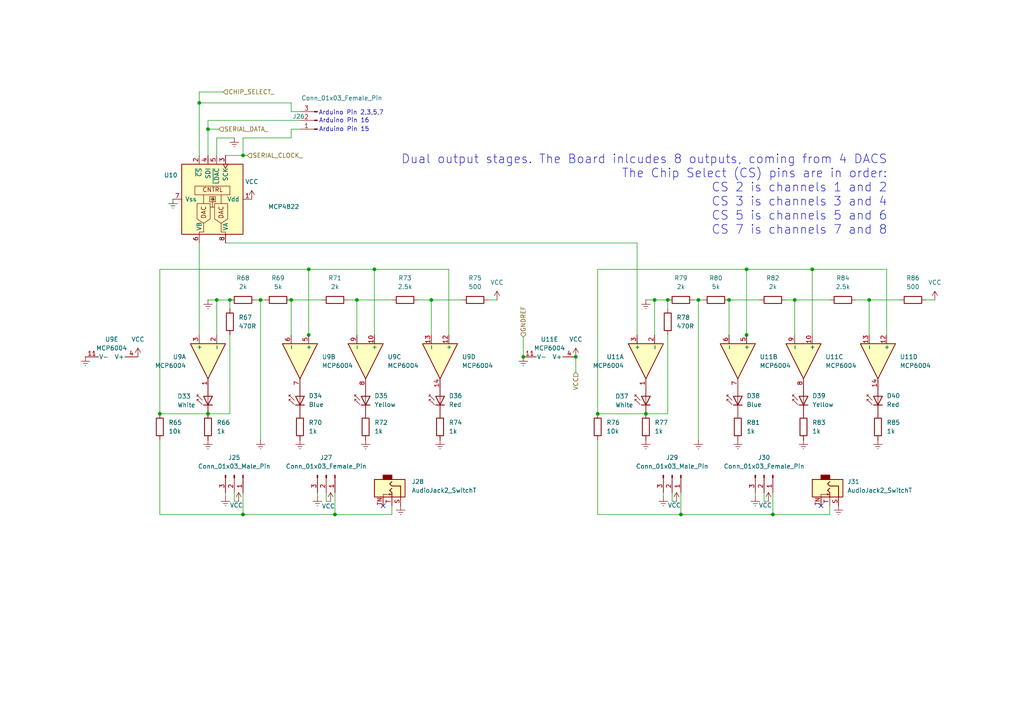
<source format=kicad_sch>
(kicad_sch (version 20231120) (generator "eeschema") (generator_version "8.0")
  (paper "A4")
  (lib_symbols
    (symbol "Amplifier_Operational:MCP6004" (pin_names (offset 0.127))
      (property "Reference" "U" (at 0 5.08 0))
      (property "Value" "MCP6004" (at 0 -5.08 0))
      (symbol "MCP6004_1_1"
        (pin output line (at 7.62 0 180) (length 2.54) (name "~") (number "1"))
        (pin input line (at -7.62 -2.54 0) (length 2.54) (name "-") (number "2"))
        (pin input line (at -7.62 2.54 0) (length 2.54) (name "+") (number "3"))
      )
      (symbol "MCP6004_2_1"
        (pin input line (at -7.62 2.54 0) (length 2.54) (name "+") (number "5"))
        (pin input line (at -7.62 -2.54 0) (length 2.54) (name "-") (number "6"))
        (pin output line (at 7.62 0 180) (length 2.54) (name "~") (number "7"))
      )
      (symbol "MCP6004_3_1"
        (pin input line (at -7.62 2.54 0) (length 2.54) (name "+") (number "10"))
        (pin output line (at 7.62 0 180) (length 2.54) (name "~") (number "8"))
        (pin input line (at -7.62 -2.54 0) (length 2.54) (name "-") (number "9"))
      )
      (symbol "MCP6004_4_1"
        (pin input line (at -7.62 2.54 0) (length 2.54) (name "+") (number "12"))
        (pin input line (at -7.62 -2.54 0) (length 2.54) (name "-") (number "13"))
        (pin output line (at 7.62 0 180) (length 2.54) (name "~") (number "14"))
      )
      (symbol "MCP6004_5_1"
        (pin power_in line (at -2.54 -7.62 90) (length 3.81) (name "V-") (number "11"))
        (pin power_in line (at -2.54 7.62 270) (length 3.81) (name "V+") (number "4"))
      )
    )
    (symbol "Analog_DAC:MCP4822" (pin_names (offset 1.016))
      (property "Reference" "U" (at -2.54 10.795 0))
      (property "Value" "MCP4822" (at -2.54 8.89 0))
      (symbol "MCP4822_0_0"
        (text "CNTRL" (at -2.032 -4.191 900) (effects (font (size 1.27 1.27)) (justify left bottom)))
        (text "DAC" (at 3.81 -3.81 0) (effects (font (size 1.27 1.27))))
        (text "DAC" (at 3.81 1.27 0) (effects (font (size 1.27 1.27))))
      )
      (symbol "MCP4822_1_1"
        (pin power_in line (at 0 10.16 270) (length 2.54) (name "Vdd") (number "1"))
        (pin input line (at -12.7 -5.08 0) (length 2.54) (name "~{CS}") (number "2"))
        (pin input clock (at -12.7 2.54 0) (length 2.54) (name "SCK") (number "3"))
        (pin input line (at -12.7 -2.54 0) (length 2.54) (name "SDI") (number "4"))
        (pin input line (at -12.7 0 0) (length 2.54) (name "~{LDAC}") (number "5"))
        (pin output line (at 12.7 -5.08 180) (length 2.54) (name "VB") (number "6"))
        (pin power_in line (at 0 -12.7 90) (length 2.54) (name "Vss") (number "7"))
        (pin output line (at 12.7 2.54 180) (length 2.54) (name "VA") (number "8"))
      )
    )
    (symbol "Connector:Conn_01x03_Pin" (pin_names (offset 1.016) hide)
      (property "Reference" "J" (at 0 5.08 0))
      (property "Value" "Conn_01x03_Pin" (at 0 -5.08 0))
      (symbol "Conn_01x03_Pin_1_1"
        (pin passive line (at 5.08 2.54 180) (length 3.81) (name "Pin_1") (number "1"))
        (pin passive line (at 5.08 0 180) (length 3.81) (name "Pin_2") (number "2"))
        (pin passive line (at 5.08 -2.54 180) (length 3.81) (name "Pin_3") (number "3"))
      )
    )
    (symbol "Connector_Audio:AudioJack2_SwitchT"
      (property "Reference" "J" (at 0 8.89 0))
      (property "Value" "AudioJack2_SwitchT" (at 0 6.35 0))
      (symbol "AudioJack2_SwitchT_1_1"
        (pin passive line (at 5.08 2.54 180) (length 2.54) (name "~") (number "S"))
        (pin passive line (at 5.08 0 180) (length 2.54) (name "~") (number "T"))
        (pin passive line (at 5.08 -2.54 180) (length 2.54) (name "~") (number "TN"))
      )
    )
    (symbol "Device:R" (pin_numbers hide) (pin_names (offset 0))
      (property "Reference" "R" (at 2.032 0 90))
      (property "Value" "R" (at 0 0 90))
      (symbol "R_1_1"
        (pin passive line (at 0 3.81 270) (length 1.27) (name "~") (number "1"))
        (pin passive line (at 0 -3.81 90) (length 1.27) (name "~") (number "2"))
      )
    )
    (symbol "LED:IRL81A" (pin_numbers hide) (pin_names (offset 1.016) hide)
      (property "Reference" "D" (at 0.508 1.778 0))
      (property "Value" "IRL81A" (at -1.016 -2.794 0))
      (symbol "IRL81A_1_1"
        (pin passive line (at -5.08 0 0) (length 2.54) (name "K") (number "1"))
        (pin passive line (at 2.54 0 180) (length 2.54) (name "A") (number "2"))
      )
    )
    (symbol "power:GNDREF" (power) (pin_numbers hide) (pin_names (offset 0) hide)
      (property "Value" "GNDREF" (at 0 -3.81 0))
      (symbol "GNDREF_1_1"
        (pin power_in line (at 0 0 270) (length 0) (name "~") (number "1"))
      )
    )
    (symbol "power:VCC" (power) (pin_numbers hide) (pin_names (offset 0) hide)
      (property "Value" "VCC" (at 0 3.556 0))
      (symbol "VCC_1_1"
        (pin power_in line (at 0 0 90) (length 0) (name "~") (number "1"))
      )
    )
  )
  (junction (at 187.325 120.015))
  (junction (at 202.565 86.995))
  (junction (at 62.865 86.995))
  (junction (at 167.005 103.505))
  (junction (at 66.675 86.995))
  (junction (at 216.535 97.155))
  (junction (at 211.455 86.995))
  (junction (at 189.865 86.995))
  (junction (at 252.095 86.995))
  (junction (at 216.535 78.105))
  (junction (at 60.325 120.015))
  (junction (at 75.565 86.995))
  (junction (at 173.355 120.015))
  (junction (at 197.485 149.225))
  (junction (at 103.505 86.995))
  (junction (at 89.535 97.155))
  (junction (at 70.485 149.225))
  (junction (at 84.455 86.995))
  (junction (at 70.485 45.085))
  (junction (at 235.585 78.105))
  (junction (at 97.155 149.225))
  (junction (at 89.535 78.105))
  (junction (at 125.095 86.995))
  (junction (at 57.785 29.845))
  (junction (at 224.155 149.225))
  (junction (at 108.585 78.105))
  (junction (at 151.765 103.505))
  (junction (at 60.325 37.465))
  (junction (at 193.675 86.995))
  (junction (at 230.505 86.995))
  (junction (at 46.355 120.015))
  (no_connect (at 111.125 146.685))
  (no_connect (at 238.125 146.685))
  (wire (pts (xy 84.455 37.465) (xy 86.995 37.465)))
  (wire (pts (xy 187.325 86.995) (xy 189.865 86.995)))
  (wire (pts (xy 95.885 145.415) (xy 94.615 145.415)))
  (wire (pts (xy 201.295 86.995) (xy 202.565 86.995)))
  (wire (pts (xy 187.325 120.015) (xy 193.675 120.015)))
  (wire (pts (xy 130.175 78.105) (xy 130.175 97.155)))
  (wire (pts (xy 65.405 45.085) (xy 70.485 45.085)))
  (wire (pts (xy 189.865 86.995) (xy 193.675 86.995)))
  (wire (pts (xy 62.865 86.995) (xy 66.675 86.995)))
  (wire (pts (xy 224.155 149.225) (xy 240.665 149.225)))
  (wire (pts (xy 108.585 78.105) (xy 130.175 78.105)))
  (wire (pts (xy 230.505 86.995) (xy 240.665 86.995)))
  (wire (pts (xy 173.355 78.105) (xy 216.535 78.105)))
  (wire (pts (xy 57.785 26.67) (xy 64.77 26.67)))
  (wire (pts (xy 66.675 97.155) (xy 66.675 120.015)))
  (wire (pts (xy 216.535 97.155) (xy 216.535 98.425)))
  (wire (pts (xy 75.565 86.995) (xy 76.835 86.995)))
  (wire (pts (xy 235.585 78.105) (xy 235.585 97.155)))
  (wire (pts (xy 75.565 86.995) (xy 75.565 127.635)))
  (wire (pts (xy 60.325 45.085) (xy 60.325 37.465)))
  (wire (pts (xy 74.295 86.995) (xy 75.565 86.995)))
  (wire (pts (xy 62.865 45.085) (xy 62.865 40.005)))
  (wire (pts (xy 70.485 45.085) (xy 71.755 45.085)))
  (wire (pts (xy 173.355 149.225) (xy 197.485 149.225)))
  (wire (pts (xy 84.455 86.995) (xy 84.455 97.155)))
  (wire (pts (xy 216.535 78.105) (xy 235.585 78.105)))
  (wire (pts (xy 57.785 45.085) (xy 57.785 29.845)))
  (wire (pts (xy 70.485 40.005) (xy 84.455 40.005)))
  (wire (pts (xy 46.355 149.225) (xy 70.485 149.225)))
  (wire (pts (xy 184.785 70.485) (xy 184.785 97.155)))
  (wire (pts (xy 221.615 142.875) (xy 221.615 145.415)))
  (wire (pts (xy 151.765 97.79) (xy 151.765 103.505)))
  (wire (pts (xy 227.965 86.995) (xy 230.505 86.995)))
  (wire (pts (xy 97.155 149.225) (xy 113.665 149.225)))
  (wire (pts (xy 84.455 32.385) (xy 86.995 32.385)))
  (wire (pts (xy 89.535 78.105) (xy 108.585 78.105)))
  (wire (pts (xy 46.355 120.015) (xy 60.325 120.015)))
  (wire (pts (xy 240.665 149.225) (xy 240.665 146.685)))
  (wire (pts (xy 65.405 70.485) (xy 184.785 70.485)))
  (wire (pts (xy 194.945 142.875) (xy 194.945 145.415)))
  (wire (pts (xy 60.325 37.465) (xy 60.325 34.925)))
  (wire (pts (xy 173.355 120.015) (xy 187.325 120.015)))
  (wire (pts (xy 193.675 86.995) (xy 193.675 89.535)))
  (wire (pts (xy 121.285 86.995) (xy 125.095 86.995)))
  (wire (pts (xy 62.865 86.995) (xy 62.865 97.155)))
  (wire (pts (xy 69.215 145.415) (xy 67.945 145.415)))
  (wire (pts (xy 235.585 78.105) (xy 257.175 78.105)))
  (wire (pts (xy 192.405 142.875) (xy 192.405 144.145)))
  (wire (pts (xy 46.355 127.635) (xy 46.355 149.225)))
  (wire (pts (xy 144.145 86.995) (xy 141.605 86.995)))
  (wire (pts (xy 57.785 29.845) (xy 57.785 26.67)))
  (wire (pts (xy 196.215 145.415) (xy 194.945 145.415)))
  (wire (pts (xy 216.535 78.105) (xy 216.535 97.155)))
  (wire (pts (xy 57.785 29.845) (xy 84.455 29.845)))
  (wire (pts (xy 60.325 120.015) (xy 66.675 120.015)))
  (wire (pts (xy 70.485 149.225) (xy 97.155 149.225)))
  (wire (pts (xy 113.665 149.225) (xy 113.665 146.685)))
  (wire (pts (xy 197.485 142.875) (xy 197.485 149.225)))
  (wire (pts (xy 103.505 86.995) (xy 103.505 97.155)))
  (wire (pts (xy 62.865 40.005) (xy 67.945 40.005)))
  (wire (pts (xy 97.155 142.875) (xy 97.155 149.225)))
  (wire (pts (xy 84.455 40.005) (xy 84.455 37.465)))
  (wire (pts (xy 66.675 86.995) (xy 66.675 89.535)))
  (wire (pts (xy 67.945 142.875) (xy 67.945 145.415)))
  (wire (pts (xy 219.075 142.875) (xy 219.075 144.145)))
  (wire (pts (xy 224.155 142.875) (xy 224.155 149.225)))
  (wire (pts (xy 197.485 149.225) (xy 224.155 149.225)))
  (wire (pts (xy 84.455 29.845) (xy 84.455 32.385)))
  (wire (pts (xy 211.455 86.995) (xy 220.345 86.995)))
  (wire (pts (xy 103.505 86.995) (xy 113.665 86.995)))
  (wire (pts (xy 211.455 86.995) (xy 211.455 97.155)))
  (wire (pts (xy 133.985 86.995) (xy 125.095 86.995)))
  (wire (pts (xy 65.405 142.875) (xy 65.405 144.145)))
  (wire (pts (xy 257.175 78.105) (xy 257.175 97.155)))
  (wire (pts (xy 57.785 70.485) (xy 57.785 97.155)))
  (wire (pts (xy 189.865 86.995) (xy 189.865 97.155)))
  (wire (pts (xy 60.325 86.995) (xy 62.865 86.995)))
  (wire (pts (xy 70.485 142.875) (xy 70.485 149.225)))
  (wire (pts (xy 60.325 37.465) (xy 63.5 37.465)))
  (wire (pts (xy 100.965 86.995) (xy 103.505 86.995)))
  (wire (pts (xy 125.095 86.995) (xy 125.095 97.155)))
  (wire (pts (xy 173.355 127.635) (xy 173.355 149.225)))
  (wire (pts (xy 202.565 86.995) (xy 203.835 86.995)))
  (wire (pts (xy 193.675 97.155) (xy 193.675 120.015)))
  (wire (pts (xy 173.355 78.105) (xy 173.355 120.015)))
  (wire (pts (xy 252.095 86.995) (xy 252.095 97.155)))
  (wire (pts (xy 252.095 86.995) (xy 260.985 86.995)))
  (wire (pts (xy 89.535 78.105) (xy 89.535 97.155)))
  (wire (pts (xy 46.355 78.105) (xy 89.535 78.105)))
  (wire (pts (xy 167.005 103.505) (xy 167.005 107.95)))
  (wire (pts (xy 230.505 86.995) (xy 230.505 97.155)))
  (wire (pts (xy 94.615 142.875) (xy 94.615 145.415)))
  (wire (pts (xy 84.455 86.995) (xy 93.345 86.995)))
  (wire (pts (xy 92.075 142.875) (xy 92.075 144.145)))
  (wire (pts (xy 60.325 34.925) (xy 86.995 34.925)))
  (wire (pts (xy 222.885 145.415) (xy 221.615 145.415)))
  (wire (pts (xy 202.565 86.995) (xy 202.565 127.635)))
  (wire (pts (xy 70.485 45.085) (xy 70.485 40.005)))
  (wire (pts (xy 89.535 97.155) (xy 89.535 98.425)))
  (wire (pts (xy 108.585 78.105) (xy 108.585 97.155)))
  (wire (pts (xy 46.355 78.105) (xy 46.355 120.015)))
  (wire (pts (xy 271.145 86.995) (xy 268.605 86.995)))
  (wire (pts (xy 248.285 86.995) (xy 252.095 86.995)))
  (text "Arduino Pin 2,3,5,7" (at 101.854 32.766 0) (effects (font (size 1.27 1.27))))
  (text "Dual output stages. The Board inlcudes 8 outputs, coming from 4 DACS\nThe Chip Select (CS) pins are in order:\nCS 2 is channels 1 and 2\nCS 3 is channels 3 and 4\nCS 5 is channels 5 and 6\nCS 7 is channels 7 and 8" (at 257.429 56.515 0) (effects (font (size 2.54 2.54)) (justify right)))
  (text "Arduino Pin 16" (at 99.822 35.052 0) (effects (font (size 1.27 1.27))))
  (text "Arduino Pin 15" (at 99.822 37.592 0) (effects (font (size 1.27 1.27))))
  (hierarchical_label "SERIAL_CLOCK_" (shape input) (at 71.755 45.085 0))
  (hierarchical_label "CHIP_SELECT_" (shape input) (at 64.77 26.67 0))
  (hierarchical_label "VCC" (shape input) (at 167.005 107.95 270))
  (hierarchical_label "GNDREF" (shape input) (at 151.765 97.79 90))
  (hierarchical_label "SERIAL_DATA_" (shape input) (at 63.5 37.465 0))
  (symbol (lib_id "power:GNDREF") (at 233.045 127.635 0) (unit 1)
    (property "Reference" "#PWR0140" (effects (hide yes)))
    (property "Value" "GNDREF" (effects (hide yes)))
    (property "Description" "Power symbol creates a global label with name \"GNDREF\" , reference supply ground" (effects (hide yes)))
    (instances (project "Oblque Easel Full Circuit" (path "" (reference "#PWR0140") (unit 1)) (path "" (reference "#PWR0201") (unit 1)) (path "" (reference "#PWR0232") (unit 1)) (path "" (reference "#PWR0263") (unit 1))))
  )
  (symbol (lib_id "Device:R") (at 80.645 86.995 90) (unit 1)
    (property "Reference" "R69" (at 80.645 80.645 90))
    (property "Value" "5k" (at 80.645 83.185 90))
    (property "Footprint" "Resistor_THT:R_Axial_DIN0207_L6.3mm_D2.5mm_P2.54mm_Vertical" (effects (hide yes)))
    (property "Description" "Resistor" (effects (hide yes)))
    (instances (project "Oblque Easel Full Circuit" (path "" (reference "R69") (unit 1)) (path "" (reference "R91") (unit 1)) (path "" (reference "R113") (unit 1)) (path "" (reference "R135") (unit 1))))
  )
  (symbol (lib_id "Connector:Conn_01x03_Pin") (at 221.615 137.795 270) (unit 1)
    (property "Reference" "J30" (at 221.615 132.715 90))
    (property "Value" "Conn_01x03_Female_Pin" (at 221.615 135.255 90))
    (property "Footprint" "Connector_PinSocket_2.54mm:PinSocket_1x03_P2.54mm_Vertical" (effects (hide yes)))
    (property "Description" "Generic connector, single row, 01x03, script generated" (effects (hide yes)))
    (instances (project "Oblque Easel Full Circuit" (path "" (reference "J30") (unit 1)) (path "" (reference "J37") (unit 1)) (path "" (reference "J44") (unit 1)) (path "" (reference "J51") (unit 1))))
  )
  (symbol (lib_id "Connector:Conn_01x03_Pin") (at 92.075 34.925 180) (unit 1)
    (property "Reference" "J26" (at 84.836 33.782 0) (effects (justify right)))
    (property "Value" "Conn_01x03_Female_Pin" (at 87.376 28.448 0) (effects (justify right)))
    (property "Footprint" "Connector_PinSocket_2.54mm:PinSocket_1x03_P2.54mm_Vertical" (effects (hide yes)))
    (property "Description" "Generic connector, single row, 01x03, script generated" (effects (hide yes)))
    (instances (project "Oblque Easel Full Circuit" (path "" (reference "J26") (unit 1)) (path "" (reference "J33") (unit 1)) (path "" (reference "J40") (unit 1)) (path "" (reference "J47") (unit 1))))
  )
  (symbol (lib_id "LED:IRL81A") (at 233.045 114.935 90) (unit 1)
    (property "Reference" "D39" (at 235.585 114.8079 90) (effects (justify right)))
    (property "Value" "Yellow" (at 235.585 117.3479 90) (effects (justify right)))
    (property "Footprint" "LED_THT:LED_SideEmitter_Rectangular_W4.5mm_H1.6mm" (effects (hide yes)))
    (property "Datasheet" "http://www.osram-os.com/Graphics/XPic0/00203825_0.pdf" (effects (hide yes)))
    (property "Description" "850nm High Power Infrared Emitter, Side-Emitter package" (effects (hide yes)))
    (instances (project "Oblque Easel Full Circuit" (path "" (reference "D39") (unit 1)) (path "" (reference "D47") (unit 1)) (path "" (reference "D55") (unit 1)) (path "" (reference "D63") (unit 1))))
  )
  (symbol (lib_id "power:GNDREF") (at 75.565 127.635 0) (unit 1)
    (property "Reference" "#PWR0122" (effects (hide yes)))
    (property "Value" "GNDREF" (effects (hide yes)))
    (property "Description" "Power symbol creates a global label with name \"GNDREF\" , reference supply ground" (effects (hide yes)))
    (instances (project "Oblque Easel Full Circuit" (path "" (reference "#PWR0122") (unit 1)) (path "" (reference "#PWR0183") (unit 1)) (path "" (reference "#PWR0214") (unit 1)) (path "" (reference "#PWR0245") (unit 1))))
  )
  (symbol (lib_id "Device:R") (at 46.355 123.825 0) (unit 1)
    (property "Reference" "R65" (at 48.895 122.5549 0) (effects (justify left)))
    (property "Value" "10k" (at 48.895 125.0949 0) (effects (justify left)))
    (property "Footprint" "Resistor_THT:R_Axial_DIN0207_L6.3mm_D2.5mm_P2.54mm_Vertical" (effects (hide yes)))
    (property "Description" "Resistor" (effects (hide yes)))
    (instances (project "Oblque Easel Full Circuit" (path "" (reference "R65") (unit 1)) (path "" (reference "R87") (unit 1)) (path "" (reference "R109") (unit 1)) (path "" (reference "R131") (unit 1))))
  )
  (symbol (lib_id "Connector:Conn_01x03_Pin") (at 94.615 137.795 270) (unit 1)
    (property "Reference" "J27" (at 94.615 132.715 90))
    (property "Value" "Conn_01x03_Female_Pin" (at 94.615 135.255 90))
    (property "Footprint" "Connector_PinSocket_2.54mm:PinSocket_1x03_P2.54mm_Vertical" (effects (hide yes)))
    (property "Description" "Generic connector, single row, 01x03, script generated" (effects (hide yes)))
    (instances (project "Oblque Easel Full Circuit" (path "" (reference "J27") (unit 1)) (path "" (reference "J34") (unit 1)) (path "" (reference "J41") (unit 1)) (path "" (reference "J48") (unit 1))))
  )
  (symbol (lib_id "Amplifier_Operational:MCP6004") (at 60.325 104.775 90) (mirror x) (unit 1)
    (property "Reference" "U9" (at 53.975 103.5049 90) (effects (justify left)))
    (property "Value" "MCP6004" (at 53.975 106.0449 90) (effects (justify left)))
    (property "Footprint" "Package_DIP:DIP-14_W7.62mm_Socket_LongPads" (effects (hide yes)))
    (property "Datasheet" "http://ww1.microchip.com/downloads/en/DeviceDoc/21733j.pdf" (effects (hide yes)))
    (property "Description" "1MHz, Low-Power Op Amp, DIP-14/SOIC-14/TSSOP-14" (effects (hide yes)))
    (instances (project "Oblque Easel Full Circuit" (path "" (reference "U9") (unit 1)) (path "" (reference "U13") (unit 1)) (path "" (reference "U16") (unit 1)) (path "" (reference "U19") (unit 1))))
  )
  (symbol (lib_id "power:GNDREF") (at 192.405 144.145 0) (unit 1)
    (property "Reference" "#PWR0134" (effects (hide yes)))
    (property "Value" "GNDREF" (effects (hide yes)))
    (property "Description" "Power symbol creates a global label with name \"GNDREF\" , reference supply ground" (effects (hide yes)))
    (instances (project "Oblque Easel Full Circuit" (path "" (reference "#PWR0134") (unit 1)) (path "" (reference "#PWR0195") (unit 1)) (path "" (reference "#PWR0226") (unit 1)) (path "" (reference "#PWR0257") (unit 1))))
  )
  (symbol (lib_id "power:GNDREF") (at 254.635 127.635 0) (unit 1)
    (property "Reference" "#PWR0142" (effects (hide yes)))
    (property "Value" "GNDREF" (effects (hide yes)))
    (property "Description" "Power symbol creates a global label with name \"GNDREF\" , reference supply ground" (effects (hide yes)))
    (instances (project "Oblque Easel Full Circuit" (path "" (reference "#PWR0142") (unit 1)) (path "" (reference "#PWR0203") (unit 1)) (path "" (reference "#PWR0234") (unit 1)) (path "" (reference "#PWR0265") (unit 1))))
  )
  (symbol (lib_id "LED:IRL81A") (at 86.995 114.935 90) (unit 1)
    (property "Reference" "D34" (at 89.535 114.8079 90) (effects (justify right)))
    (property "Value" "Blue" (at 89.535 117.3479 90) (effects (justify right)))
    (property "Footprint" "LED_THT:LED_SideEmitter_Rectangular_W4.5mm_H1.6mm" (effects (hide yes)))
    (property "Datasheet" "http://www.osram-os.com/Graphics/XPic0/00203825_0.pdf" (effects (hide yes)))
    (property "Description" "850nm High Power Infrared Emitter, Side-Emitter package" (effects (hide yes)))
    (instances (project "Oblque Easel Full Circuit" (path "" (reference "D34") (unit 1)) (path "" (reference "D42") (unit 1)) (path "" (reference "D50") (unit 1)) (path "" (reference "D58") (unit 1))))
  )
  (symbol (lib_id "Device:R") (at 117.475 86.995 90) (unit 1)
    (property "Reference" "R73" (at 117.475 80.645 90))
    (property "Value" "2.5k" (at 117.475 83.185 90))
    (property "Footprint" "Resistor_THT:R_Axial_DIN0207_L6.3mm_D2.5mm_P2.54mm_Vertical" (effects (hide yes)))
    (property "Description" "Resistor" (effects (hide yes)))
    (instances (project "Oblque Easel Full Circuit" (path "" (reference "R73") (unit 1)) (path "" (reference "R95") (unit 1)) (path "" (reference "R117") (unit 1)) (path "" (reference "R139") (unit 1))))
  )
  (symbol (lib_id "power:GNDREF") (at 243.205 146.685 0) (unit 1)
    (property "Reference" "#PWR0141" (effects (hide yes)))
    (property "Value" "GNDREF" (effects (hide yes)))
    (property "Description" "Power symbol creates a global label with name \"GNDREF\" , reference supply ground" (effects (hide yes)))
    (instances (project "Oblque Easel Full Circuit" (path "" (reference "#PWR0141") (unit 1)) (path "" (reference "#PWR0202") (unit 1)) (path "" (reference "#PWR0233") (unit 1)) (path "" (reference "#PWR0264") (unit 1))))
  )
  (symbol (lib_id "Device:R") (at 127.635 123.825 0) (unit 1)
    (property "Reference" "R74" (at 130.175 122.5549 0) (effects (justify left)))
    (property "Value" "1k" (at 130.175 125.0949 0) (effects (justify left)))
    (property "Footprint" "Resistor_THT:R_Axial_DIN0207_L6.3mm_D2.5mm_P2.54mm_Vertical" (effects (hide yes)))
    (property "Description" "Resistor" (effects (hide yes)))
    (instances (project "Oblque Easel Full Circuit" (path "" (reference "R74") (unit 1)) (path "" (reference "R96") (unit 1)) (path "" (reference "R118") (unit 1)) (path "" (reference "R140") (unit 1))))
  )
  (symbol (lib_id "power:VCC") (at 222.885 145.415 0) (unit 1)
    (property "Reference" "#PWR0139" (effects (hide yes)))
    (property "Value" "VCC" (at 221.996 146.558 0))
    (property "Description" "Power symbol creates a global label with name \"VCC\"" (effects (hide yes)))
    (instances (project "Oblque Easel Full Circuit" (path "" (reference "#PWR0139") (unit 1)) (path "" (reference "#PWR0200") (unit 1)) (path "" (reference "#PWR0231") (unit 1)) (path "" (reference "#PWR0262") (unit 1))))
  )
  (symbol (lib_id "power:GNDREF") (at 151.765 103.505 0) (unit 1)
    (property "Reference" "#PWR0130" (effects (hide yes)))
    (property "Value" "GNDREF" (effects (hide yes)))
    (property "Description" "Power symbol creates a global label with name \"GNDREF\" , reference supply ground" (effects (hide yes)))
    (instances (project "Oblque Easel Full Circuit" (path "" (reference "#PWR0130") (unit 1)) (path "" (reference "#PWR0191") (unit 1)) (path "" (reference "#PWR0222") (unit 1)) (path "" (reference "#PWR0253") (unit 1))))
  )
  (symbol (lib_id "power:GNDREF") (at 65.405 144.145 0) (unit 1)
    (property "Reference" "#PWR0118" (effects (hide yes)))
    (property "Value" "GNDREF" (effects (hide yes)))
    (property "Description" "Power symbol creates a global label with name \"GNDREF\" , reference supply ground" (effects (hide yes)))
    (instances (project "Oblque Easel Full Circuit" (path "" (reference "#PWR0118") (unit 1)) (path "" (reference "#PWR0179") (unit 1)) (path "" (reference "#PWR0210") (unit 1)) (path "" (reference "#PWR0241") (unit 1))))
  )
  (symbol (lib_id "Device:R") (at 207.645 86.995 90) (unit 1)
    (property "Reference" "R80" (at 207.645 80.645 90))
    (property "Value" "5k" (at 207.645 83.185 90))
    (property "Footprint" "Resistor_THT:R_Axial_DIN0207_L6.3mm_D2.5mm_P2.54mm_Vertical" (effects (hide yes)))
    (property "Description" "Resistor" (effects (hide yes)))
    (instances (project "Oblque Easel Full Circuit" (path "" (reference "R80") (unit 1)) (path "" (reference "R102") (unit 1)) (path "" (reference "R124") (unit 1)) (path "" (reference "R146") (unit 1))))
  )
  (symbol (lib_id "LED:IRL81A") (at 254.635 114.935 90) (unit 1)
    (property "Reference" "D40" (at 257.175 114.8079 90) (effects (justify right)))
    (property "Value" "Red" (at 257.175 117.3479 90) (effects (justify right)))
    (property "Footprint" "LED_THT:LED_SideEmitter_Rectangular_W4.5mm_H1.6mm" (effects (hide yes)))
    (property "Datasheet" "http://www.osram-os.com/Graphics/XPic0/00203825_0.pdf" (effects (hide yes)))
    (property "Description" "850nm High Power Infrared Emitter, Side-Emitter package" (effects (hide yes)))
    (instances (project "Oblque Easel Full Circuit" (path "" (reference "D40") (unit 1)) (path "" (reference "D48") (unit 1)) (path "" (reference "D56") (unit 1)) (path "" (reference "D64") (unit 1))))
  )
  (symbol (lib_id "Device:R") (at 173.355 123.825 0) (unit 1)
    (property "Reference" "R76" (at 175.895 122.5549 0) (effects (justify left)))
    (property "Value" "10k" (at 175.895 125.0949 0) (effects (justify left)))
    (property "Footprint" "Resistor_THT:R_Axial_DIN0207_L6.3mm_D2.5mm_P2.54mm_Vertical" (effects (hide yes)))
    (property "Description" "Resistor" (effects (hide yes)))
    (instances (project "Oblque Easel Full Circuit" (path "" (reference "R76") (unit 1)) (path "" (reference "R98") (unit 1)) (path "" (reference "R120") (unit 1)) (path "" (reference "R142") (unit 1))))
  )
  (symbol (lib_id "power:GNDREF") (at 60.325 86.995 0) (unit 1)
    (property "Reference" "#PWR0116" (effects (hide yes)))
    (property "Value" "GNDREF" (effects (hide yes)))
    (property "Description" "Power symbol creates a global label with name \"GNDREF\" , reference supply ground" (effects (hide yes)))
    (instances (project "Oblque Easel Full Circuit" (path "" (reference "#PWR0116") (unit 1)) (path "" (reference "#PWR0177") (unit 1)) (path "" (reference "#PWR0208") (unit 1)) (path "" (reference "#PWR0239") (unit 1))))
  )
  (symbol (lib_id "Amplifier_Operational:MCP6004") (at 106.045 104.775 270) (unit 3)
    (property "Reference" "U9" (at 112.395 103.5049 90) (effects (justify left)))
    (property "Value" "MCP6004" (at 112.395 106.0449 90) (effects (justify left)))
    (property "Footprint" "Package_DIP:DIP-14_W7.62mm_Socket_LongPads" (effects (hide yes)))
    (property "Datasheet" "http://ww1.microchip.com/downloads/en/DeviceDoc/21733j.pdf" (effects (hide yes)))
    (property "Description" "1MHz, Low-Power Op Amp, DIP-14/SOIC-14/TSSOP-14" (effects (hide yes)))
    (instances (project "Oblque Easel Full Circuit" (path "" (reference "U9") (unit 3)) (path "" (reference "U13") (unit 3)) (path "" (reference "U16") (unit 3)) (path "" (reference "U19") (unit 3))))
  )
  (symbol (lib_id "power:VCC") (at 95.885 145.415 0) (unit 1)
    (property "Reference" "#PWR0125" (effects (hide yes)))
    (property "Value" "VCC" (at 95.25 146.812 0))
    (property "Description" "Power symbol creates a global label with name \"VCC\"" (effects (hide yes)))
    (instances (project "Oblque Easel Full Circuit" (path "" (reference "#PWR0125") (unit 1)) (path "" (reference "#PWR0186") (unit 1)) (path "" (reference "#PWR0217") (unit 1)) (path "" (reference "#PWR0248") (unit 1))))
  )
  (symbol (lib_id "power:GNDREF") (at 50.165 57.785 0) (unit 1)
    (property "Reference" "#PWR0115" (effects (hide yes)))
    (property "Value" "GNDREF" (effects (hide yes)))
    (property "Description" "Power symbol creates a global label with name \"GNDREF\" , reference supply ground" (effects (hide yes)))
    (instances (project "Oblque Easel Full Circuit" (path "" (reference "#PWR0115") (unit 1)) (path "" (reference "#PWR0176") (unit 1)) (path "" (reference "#PWR0207") (unit 1)) (path "" (reference "#PWR0238") (unit 1))))
  )
  (symbol (lib_id "Amplifier_Operational:MCP6004") (at 233.045 104.775 270) (unit 3)
    (property "Reference" "U11" (at 239.395 103.5049 90) (effects (justify left)))
    (property "Value" "MCP6004" (at 239.395 106.0449 90) (effects (justify left)))
    (property "Footprint" "Package_DIP:DIP-14_W7.62mm_Socket_LongPads" (effects (hide yes)))
    (property "Datasheet" "http://ww1.microchip.com/downloads/en/DeviceDoc/21733j.pdf" (effects (hide yes)))
    (property "Description" "1MHz, Low-Power Op Amp, DIP-14/SOIC-14/TSSOP-14" (effects (hide yes)))
    (instances (project "Oblque Easel Full Circuit" (path "" (reference "U11") (unit 3)) (path "" (reference "U15") (unit 3)) (path "" (reference "U18") (unit 3)) (path "" (reference "U21") (unit 3))))
  )
  (symbol (lib_id "Device:R") (at 213.995 123.825 0) (unit 1)
    (property "Reference" "R81" (at 216.535 122.5549 0) (effects (justify left)))
    (property "Value" "1k" (at 216.535 125.0949 0) (effects (justify left)))
    (property "Footprint" "Resistor_THT:R_Axial_DIN0207_L6.3mm_D2.5mm_P2.54mm_Vertical" (effects (hide yes)))
    (property "Description" "Resistor" (effects (hide yes)))
    (instances (project "Oblque Easel Full Circuit" (path "" (reference "R81") (unit 1)) (path "" (reference "R103") (unit 1)) (path "" (reference "R125") (unit 1)) (path "" (reference "R147") (unit 1))))
  )
  (symbol (lib_id "LED:IRL81A") (at 60.325 114.935 90) (unit 1)
    (property "Reference" "D33" (at 51.435 114.935 90) (effects (justify right)))
    (property "Value" "White" (at 51.435 117.475 90) (effects (justify right)))
    (property "Footprint" "LED_THT:LED_SideEmitter_Rectangular_W4.5mm_H1.6mm" (effects (hide yes)))
    (property "Datasheet" "http://www.osram-os.com/Graphics/XPic0/00203825_0.pdf" (effects (hide yes)))
    (property "Description" "850nm High Power Infrared Emitter, Side-Emitter package" (effects (hide yes)))
    (instances (project "Oblque Easel Full Circuit" (path "" (reference "D33") (unit 1)) (path "" (reference "D41") (unit 1)) (path "" (reference "D49") (unit 1)) (path "" (reference "D57") (unit 1))))
  )
  (symbol (lib_id "LED:IRL81A") (at 106.045 114.935 90) (unit 1)
    (property "Reference" "D35" (at 108.585 114.8079 90) (effects (justify right)))
    (property "Value" "Yellow" (at 108.585 117.3479 90) (effects (justify right)))
    (property "Footprint" "LED_THT:LED_SideEmitter_Rectangular_W4.5mm_H1.6mm" (effects (hide yes)))
    (property "Datasheet" "http://www.osram-os.com/Graphics/XPic0/00203825_0.pdf" (effects (hide yes)))
    (property "Description" "850nm High Power Infrared Emitter, Side-Emitter package" (effects (hide yes)))
    (instances (project "Oblque Easel Full Circuit" (path "" (reference "D35") (unit 1)) (path "" (reference "D43") (unit 1)) (path "" (reference "D51") (unit 1)) (path "" (reference "D59") (unit 1))))
  )
  (symbol (lib_id "power:VCC") (at 271.145 86.995 0) (unit 1)
    (property "Reference" "#PWR0143" (effects (hide yes)))
    (property "Value" "VCC" (at 271.145 81.915 0))
    (property "Description" "Power symbol creates a global label with name \"VCC\"" (effects (hide yes)))
    (instances (project "Oblque Easel Full Circuit" (path "" (reference "#PWR0143") (unit 1)) (path "" (reference "#PWR0204") (unit 1)) (path "" (reference "#PWR0235") (unit 1)) (path "" (reference "#PWR0266") (unit 1))))
  )
  (symbol (lib_id "Analog_DAC:MCP4822") (at 62.865 57.785 270) (unit 1)
    (property "Reference" "U10" (at 49.53 50.8 90))
    (property "Value" "MCP4822" (at 82.296 59.944 90))
    (property "Footprint" "Package_DIP:DIP-8_W7.62mm_Socket_LongPads" (effects (hide yes)))
    (property "Datasheet" "http://ww1.microchip.com/downloads/en/DeviceDoc/20002249B.pdf" (effects (hide yes)))
    (property "Description" "2-Channel 12-Bit D/A Converters with SPI Interface and Internal Reference (2.048V)" (effects (hide yes)))
    (instances (project "Oblque Easel Full Circuit" (path "" (reference "U10") (unit 1)) (path "" (reference "U14") (unit 1)) (path "" (reference "U17") (unit 1)) (path "" (reference "U20") (unit 1))))
  )
  (symbol (lib_id "Amplifier_Operational:MCP6004") (at 127.635 104.775 270) (unit 4)
    (property "Reference" "U9" (at 133.985 103.5049 90) (effects (justify left)))
    (property "Value" "MCP6004" (at 133.985 106.0449 90) (effects (justify left)))
    (property "Footprint" "Package_DIP:DIP-14_W7.62mm_Socket_LongPads" (effects (hide yes)))
    (property "Datasheet" "http://ww1.microchip.com/downloads/en/DeviceDoc/21733j.pdf" (effects (hide yes)))
    (property "Description" "1MHz, Low-Power Op Amp, DIP-14/SOIC-14/TSSOP-14" (effects (hide yes)))
    (instances (project "Oblque Easel Full Circuit" (path "" (reference "U9") (unit 4)) (path "" (reference "U13") (unit 4)) (path "" (reference "U16") (unit 4)) (path "" (reference "U19") (unit 4))))
  )
  (symbol (lib_id "power:VCC") (at 73.025 57.785 0) (unit 1)
    (property "Reference" "#PWR0121" (effects (hide yes)))
    (property "Value" "VCC" (at 73.025 52.705 0))
    (property "Description" "Power symbol creates a global label with name \"VCC\"" (effects (hide yes)))
    (instances (project "Oblque Easel Full Circuit" (path "" (reference "#PWR0121") (unit 1)) (path "" (reference "#PWR0182") (unit 1)) (path "" (reference "#PWR0213") (unit 1)) (path "" (reference "#PWR0244") (unit 1))))
  )
  (symbol (lib_id "power:VCC") (at 144.145 86.995 0) (unit 1)
    (property "Reference" "#PWR0129" (effects (hide yes)))
    (property "Value" "VCC" (at 144.145 81.915 0))
    (property "Description" "Power symbol creates a global label with name \"VCC\"" (effects (hide yes)))
    (instances (project "Oblque Easel Full Circuit" (path "" (reference "#PWR0129") (unit 1)) (path "" (reference "#PWR0190") (unit 1)) (path "" (reference "#PWR0221") (unit 1)) (path "" (reference "#PWR0252") (unit 1))))
  )
  (symbol (lib_id "power:GNDREF") (at 86.995 127.635 0) (unit 1)
    (property "Reference" "#PWR0123" (effects (hide yes)))
    (property "Value" "GNDREF" (effects (hide yes)))
    (property "Description" "Power symbol creates a global label with name \"GNDREF\" , reference supply ground" (effects (hide yes)))
    (instances (project "Oblque Easel Full Circuit" (path "" (reference "#PWR0123") (unit 1)) (path "" (reference "#PWR0184") (unit 1)) (path "" (reference "#PWR0215") (unit 1)) (path "" (reference "#PWR0246") (unit 1))))
  )
  (symbol (lib_id "power:GNDREF") (at 92.075 144.145 0) (unit 1)
    (property "Reference" "#PWR0124" (effects (hide yes)))
    (property "Value" "GNDREF" (effects (hide yes)))
    (property "Description" "Power symbol creates a global label with name \"GNDREF\" , reference supply ground" (effects (hide yes)))
    (instances (project "Oblque Easel Full Circuit" (path "" (reference "#PWR0124") (unit 1)) (path "" (reference "#PWR0185") (unit 1)) (path "" (reference "#PWR0216") (unit 1)) (path "" (reference "#PWR0247") (unit 1))))
  )
  (symbol (lib_id "Device:R") (at 187.325 123.825 0) (unit 1)
    (property "Reference" "R77" (at 189.865 122.5549 0) (effects (justify left)))
    (property "Value" "1k" (at 189.865 125.0949 0) (effects (justify left)))
    (property "Footprint" "Resistor_THT:R_Axial_DIN0207_L6.3mm_D2.5mm_P2.54mm_Vertical" (effects (hide yes)))
    (property "Description" "Resistor" (effects (hide yes)))
    (instances (project "Oblque Easel Full Circuit" (path "" (reference "R77") (unit 1)) (path "" (reference "R99") (unit 1)) (path "" (reference "R121") (unit 1)) (path "" (reference "R143") (unit 1))))
  )
  (symbol (lib_id "LED:IRL81A") (at 213.995 114.935 90) (unit 1)
    (property "Reference" "D38" (at 216.535 114.8079 90) (effects (justify right)))
    (property "Value" "Blue" (at 216.535 117.3479 90) (effects (justify right)))
    (property "Footprint" "LED_THT:LED_SideEmitter_Rectangular_W4.5mm_H1.6mm" (effects (hide yes)))
    (property "Datasheet" "http://www.osram-os.com/Graphics/XPic0/00203825_0.pdf" (effects (hide yes)))
    (property "Description" "850nm High Power Infrared Emitter, Side-Emitter package" (effects (hide yes)))
    (instances (project "Oblque Easel Full Circuit" (path "" (reference "D38") (unit 1)) (path "" (reference "D46") (unit 1)) (path "" (reference "D54") (unit 1)) (path "" (reference "D62") (unit 1))))
  )
  (symbol (lib_id "Connector:Conn_01x03_Pin") (at 67.945 137.795 270) (unit 1)
    (property "Reference" "J25" (at 67.945 132.715 90))
    (property "Value" "Conn_01x03_Male_Pin" (at 67.945 135.255 90))
    (property "Footprint" "Connector_PinHeader_2.54mm:PinHeader_1x03_P2.54mm_Vertical" (effects (hide yes)))
    (property "Description" "Generic connector, single row, 01x03, script generated" (effects (hide yes)))
    (instances (project "Oblque Easel Full Circuit" (path "" (reference "J25") (unit 1)) (path "" (reference "J32") (unit 1)) (path "" (reference "J39") (unit 1)) (path "" (reference "J46") (unit 1))))
  )
  (symbol (lib_id "power:VCC") (at 167.005 103.505 0) (unit 1)
    (property "Reference" "#PWR0131" (effects (hide yes)))
    (property "Value" "VCC" (at 167.005 98.425 0))
    (property "Description" "Power symbol creates a global label with name \"VCC\"" (effects (hide yes)))
    (instances (project "Oblque Easel Full Circuit" (path "" (reference "#PWR0131") (unit 1)) (path "" (reference "#PWR0192") (unit 1)) (path "" (reference "#PWR0223") (unit 1)) (path "" (reference "#PWR0254") (unit 1))))
  )
  (symbol (lib_id "power:GNDREF") (at 116.205 146.685 0) (unit 1)
    (property "Reference" "#PWR0127" (effects (hide yes)))
    (property "Value" "GNDREF" (effects (hide yes)))
    (property "Description" "Power symbol creates a global label with name \"GNDREF\" , reference supply ground" (effects (hide yes)))
    (instances (project "Oblque Easel Full Circuit" (path "" (reference "#PWR0127") (unit 1)) (path "" (reference "#PWR0188") (unit 1)) (path "" (reference "#PWR0219") (unit 1)) (path "" (reference "#PWR0250") (unit 1))))
  )
  (symbol (lib_id "power:GNDREF") (at 202.565 127.635 0) (unit 1)
    (property "Reference" "#PWR0136" (effects (hide yes)))
    (property "Value" "GNDREF" (effects (hide yes)))
    (property "Description" "Power symbol creates a global label with name \"GNDREF\" , reference supply ground" (effects (hide yes)))
    (instances (project "Oblque Easel Full Circuit" (path "" (reference "#PWR0136") (unit 1)) (path "" (reference "#PWR0197") (unit 1)) (path "" (reference "#PWR0228") (unit 1)) (path "" (reference "#PWR0259") (unit 1))))
  )
  (symbol (lib_id "Device:R") (at 254.635 123.825 0) (unit 1)
    (property "Reference" "R85" (at 257.175 122.5549 0) (effects (justify left)))
    (property "Value" "1k" (at 257.175 125.0949 0) (effects (justify left)))
    (property "Footprint" "Resistor_THT:R_Axial_DIN0207_L6.3mm_D2.5mm_P2.54mm_Vertical" (effects (hide yes)))
    (property "Description" "Resistor" (effects (hide yes)))
    (instances (project "Oblque Easel Full Circuit" (path "" (reference "R85") (unit 1)) (path "" (reference "R107") (unit 1)) (path "" (reference "R129") (unit 1)) (path "" (reference "R151") (unit 1))))
  )
  (symbol (lib_id "power:GNDREF") (at 60.325 127.635 0) (unit 1)
    (property "Reference" "#PWR0117" (effects (hide yes)))
    (property "Value" "GNDREF" (effects (hide yes)))
    (property "Description" "Power symbol creates a global label with name \"GNDREF\" , reference supply ground" (effects (hide yes)))
    (instances (project "Oblque Easel Full Circuit" (path "" (reference "#PWR0117") (unit 1)) (path "" (reference "#PWR0178") (unit 1)) (path "" (reference "#PWR0209") (unit 1)) (path "" (reference "#PWR0240") (unit 1))))
  )
  (symbol (lib_id "Device:R") (at 193.675 93.345 0) (unit 1)
    (property "Reference" "R78" (at 196.215 92.0749 0) (effects (justify left)))
    (property "Value" "470R" (at 196.215 94.6149 0) (effects (justify left)))
    (property "Footprint" "Resistor_THT:R_Axial_DIN0207_L6.3mm_D2.5mm_P2.54mm_Vertical" (effects (hide yes)))
    (property "Description" "Resistor" (effects (hide yes)))
    (instances (project "Oblque Easel Full Circuit" (path "" (reference "R78") (unit 1)) (path "" (reference "R100") (unit 1)) (path "" (reference "R122") (unit 1)) (path "" (reference "R144") (unit 1))))
  )
  (symbol (lib_id "Amplifier_Operational:MCP6004") (at 213.995 104.775 270) (unit 2)
    (property "Reference" "U11" (at 220.345 103.5049 90) (effects (justify left)))
    (property "Value" "MCP6004" (at 220.345 106.0449 90) (effects (justify left)))
    (property "Footprint" "Package_DIP:DIP-14_W7.62mm_Socket_LongPads" (effects (hide yes)))
    (property "Datasheet" "http://ww1.microchip.com/downloads/en/DeviceDoc/21733j.pdf" (effects (hide yes)))
    (property "Description" "1MHz, Low-Power Op Amp, DIP-14/SOIC-14/TSSOP-14" (effects (hide yes)))
    (instances (project "Oblque Easel Full Circuit" (path "" (reference "U11") (unit 2)) (path "" (reference "U15") (unit 2)) (path "" (reference "U18") (unit 2)) (path "" (reference "U21") (unit 2))))
  )
  (symbol (lib_id "Amplifier_Operational:MCP6004") (at 86.995 104.775 270) (unit 2)
    (property "Reference" "U9" (at 93.345 103.5049 90) (effects (justify left)))
    (property "Value" "MCP6004" (at 93.345 106.0449 90) (effects (justify left)))
    (property "Footprint" "Package_DIP:DIP-14_W7.62mm_Socket_LongPads" (effects (hide yes)))
    (property "Datasheet" "http://ww1.microchip.com/downloads/en/DeviceDoc/21733j.pdf" (effects (hide yes)))
    (property "Description" "1MHz, Low-Power Op Amp, DIP-14/SOIC-14/TSSOP-14" (effects (hide yes)))
    (instances (project "Oblque Easel Full Circuit" (path "" (reference "U9") (unit 2)) (path "" (reference "U13") (unit 2)) (path "" (reference "U16") (unit 2)) (path "" (reference "U19") (unit 2))))
  )
  (symbol (lib_id "Device:R") (at 106.045 123.825 0) (unit 1)
    (property "Reference" "R72" (at 108.585 122.5549 0) (effects (justify left)))
    (property "Value" "1k" (at 108.585 125.0949 0) (effects (justify left)))
    (property "Footprint" "Resistor_THT:R_Axial_DIN0207_L6.3mm_D2.5mm_P2.54mm_Vertical" (effects (hide yes)))
    (property "Description" "Resistor" (effects (hide yes)))
    (instances (project "Oblque Easel Full Circuit" (path "" (reference "R72") (unit 1)) (path "" (reference "R94") (unit 1)) (path "" (reference "R116") (unit 1)) (path "" (reference "R138") (unit 1))))
  )
  (symbol (lib_id "Device:R") (at 197.485 86.995 90) (unit 1)
    (property "Reference" "R79" (at 197.485 80.645 90))
    (property "Value" "2k" (at 197.485 83.185 90))
    (property "Footprint" "Resistor_THT:R_Axial_DIN0207_L6.3mm_D2.5mm_P2.54mm_Vertical" (effects (hide yes)))
    (property "Description" "Resistor" (effects (hide yes)))
    (instances (project "Oblque Easel Full Circuit" (path "" (reference "R79") (unit 1)) (path "" (reference "R101") (unit 1)) (path "" (reference "R123") (unit 1)) (path "" (reference "R145") (unit 1))))
  )
  (symbol (lib_id "power:GNDREF") (at 187.325 86.995 0) (unit 1)
    (property "Reference" "#PWR0132" (effects (hide yes)))
    (property "Value" "GNDREF" (effects (hide yes)))
    (property "Description" "Power symbol creates a global label with name \"GNDREF\" , reference supply ground" (effects (hide yes)))
    (instances (project "Oblque Easel Full Circuit" (path "" (reference "#PWR0132") (unit 1)) (path "" (reference "#PWR0193") (unit 1)) (path "" (reference "#PWR0224") (unit 1)) (path "" (reference "#PWR0255") (unit 1))))
  )
  (symbol (lib_id "Connector_Audio:AudioJack2_SwitchT") (at 113.665 141.605 270) (unit 1)
    (property "Reference" "J28" (at 119.38 139.6999 90) (effects (justify left)))
    (property "Value" "AudioJack2_SwitchT" (at 119.38 142.2399 90) (effects (justify left)))
    (property "Footprint" "Connector_Audio:Jack_3.5mm_QingPu_WQP-PJ398SM_Vertical_CircularHoles" (effects (hide yes)))
    (property "Description" "Audio Jack, 2 Poles (Mono / TS), Switched T Pole (Normalling)" (effects (hide yes)))
    (instances (project "Oblque Easel Full Circuit" (path "" (reference "J28") (unit 1)) (path "" (reference "J35") (unit 1)) (path "" (reference "J42") (unit 1)) (path "" (reference "J49") (unit 1))))
  )
  (symbol (lib_id "power:GNDREF") (at 213.995 127.635 0) (unit 1)
    (property "Reference" "#PWR0137" (effects (hide yes)))
    (property "Value" "GNDREF" (effects (hide yes)))
    (property "Description" "Power symbol creates a global label with name \"GNDREF\" , reference supply ground" (effects (hide yes)))
    (instances (project "Oblque Easel Full Circuit" (path "" (reference "#PWR0137") (unit 1)) (path "" (reference "#PWR0198") (unit 1)) (path "" (reference "#PWR0229") (unit 1)) (path "" (reference "#PWR0260") (unit 1))))
  )
  (symbol (lib_id "Device:R") (at 224.155 86.995 90) (unit 1)
    (property "Reference" "R82" (at 224.155 80.645 90))
    (property "Value" "2k" (at 224.155 83.185 90))
    (property "Footprint" "Resistor_THT:R_Axial_DIN0207_L6.3mm_D2.5mm_P2.54mm_Vertical" (effects (hide yes)))
    (property "Description" "Resistor" (effects (hide yes)))
    (instances (project "Oblque Easel Full Circuit" (path "" (reference "R82") (unit 1)) (path "" (reference "R104") (unit 1)) (path "" (reference "R126") (unit 1)) (path "" (reference "R148") (unit 1))))
  )
  (symbol (lib_id "power:GNDREF") (at 127.635 127.635 0) (unit 1)
    (property "Reference" "#PWR0128" (effects (hide yes)))
    (property "Value" "GNDREF" (effects (hide yes)))
    (property "Description" "Power symbol creates a global label with name \"GNDREF\" , reference supply ground" (effects (hide yes)))
    (instances (project "Oblque Easel Full Circuit" (path "" (reference "#PWR0128") (unit 1)) (path "" (reference "#PWR0189") (unit 1)) (path "" (reference "#PWR0220") (unit 1)) (path "" (reference "#PWR0251") (unit 1))))
  )
  (symbol (lib_id "Device:R") (at 66.675 93.345 0) (unit 1)
    (property "Reference" "R67" (at 69.215 92.0749 0) (effects (justify left)))
    (property "Value" "470R" (at 69.215 94.6149 0) (effects (justify left)))
    (property "Footprint" "Resistor_THT:R_Axial_DIN0207_L6.3mm_D2.5mm_P2.54mm_Vertical" (effects (hide yes)))
    (property "Description" "Resistor" (effects (hide yes)))
    (instances (project "Oblque Easel Full Circuit" (path "" (reference "R67") (unit 1)) (path "" (reference "R89") (unit 1)) (path "" (reference "R111") (unit 1)) (path "" (reference "R133") (unit 1))))
  )
  (symbol (lib_id "power:GNDREF") (at 67.945 40.005 0) (unit 1)
    (property "Reference" "#PWR0119" (effects (hide yes)))
    (property "Value" "GNDREF" (effects (hide yes)))
    (property "Description" "Power symbol creates a global label with name \"GNDREF\" , reference supply ground" (effects (hide yes)))
    (instances (project "Oblque Easel Full Circuit" (path "" (reference "#PWR0119") (unit 1)) (path "" (reference "#PWR0180") (unit 1)) (path "" (reference "#PWR0211") (unit 1)) (path "" (reference "#PWR0242") (unit 1))))
  )
  (symbol (lib_id "Device:R") (at 264.795 86.995 90) (unit 1)
    (property "Reference" "R86" (at 264.795 80.645 90))
    (property "Value" "500" (at 264.795 83.185 90))
    (property "Footprint" "Resistor_THT:R_Axial_DIN0207_L6.3mm_D2.5mm_P2.54mm_Vertical" (effects (hide yes)))
    (property "Description" "Resistor" (effects (hide yes)))
    (instances (project "Oblque Easel Full Circuit" (path "" (reference "R86") (unit 1)) (path "" (reference "R108") (unit 1)) (path "" (reference "R130") (unit 1)) (path "" (reference "R152") (unit 1))))
  )
  (symbol (lib_id "power:VCC") (at 196.215 145.415 0) (unit 1)
    (property "Reference" "#PWR0135" (effects (hide yes)))
    (property "Value" "VCC" (at 195.58 146.558 0))
    (property "Description" "Power symbol creates a global label with name \"VCC\"" (effects (hide yes)))
    (instances (project "Oblque Easel Full Circuit" (path "" (reference "#PWR0135") (unit 1)) (path "" (reference "#PWR0196") (unit 1)) (path "" (reference "#PWR0227") (unit 1)) (path "" (reference "#PWR0258") (unit 1))))
  )
  (symbol (lib_id "Amplifier_Operational:MCP6004") (at 254.635 104.775 270) (unit 4)
    (property "Reference" "U11" (at 260.985 103.5049 90) (effects (justify left)))
    (property "Value" "MCP6004" (at 260.985 106.0449 90) (effects (justify left)))
    (property "Footprint" "Package_DIP:DIP-14_W7.62mm_Socket_LongPads" (effects (hide yes)))
    (property "Datasheet" "http://ww1.microchip.com/downloads/en/DeviceDoc/21733j.pdf" (effects (hide yes)))
    (property "Description" "1MHz, Low-Power Op Amp, DIP-14/SOIC-14/TSSOP-14" (effects (hide yes)))
    (instances (project "Oblque Easel Full Circuit" (path "" (reference "U11") (unit 4)) (path "" (reference "U15") (unit 4)) (path "" (reference "U18") (unit 4)) (path "" (reference "U21") (unit 4))))
  )
  (symbol (lib_id "Device:R") (at 70.485 86.995 90) (unit 1)
    (property "Reference" "R68" (at 70.485 80.645 90))
    (property "Value" "2k" (at 70.485 83.185 90))
    (property "Footprint" "Resistor_THT:R_Axial_DIN0207_L6.3mm_D2.5mm_P2.54mm_Vertical" (effects (hide yes)))
    (property "Description" "Resistor" (effects (hide yes)))
    (instances (project "Oblque Easel Full Circuit" (path "" (reference "R68") (unit 1)) (path "" (reference "R90") (unit 1)) (path "" (reference "R112") (unit 1)) (path "" (reference "R134") (unit 1))))
  )
  (symbol (lib_id "power:GNDREF") (at 106.045 127.635 0) (unit 1)
    (property "Reference" "#PWR0126" (effects (hide yes)))
    (property "Value" "GNDREF" (effects (hide yes)))
    (property "Description" "Power symbol creates a global label with name \"GNDREF\" , reference supply ground" (effects (hide yes)))
    (instances (project "Oblque Easel Full Circuit" (path "" (reference "#PWR0126") (unit 1)) (path "" (reference "#PWR0187") (unit 1)) (path "" (reference "#PWR0218") (unit 1)) (path "" (reference "#PWR0249") (unit 1))))
  )
  (symbol (lib_id "Amplifier_Operational:MCP6004") (at 187.325 104.775 90) (mirror x) (unit 1)
    (property "Reference" "U11" (at 180.975 103.5049 90) (effects (justify left)))
    (property "Value" "MCP6004" (at 180.975 106.0449 90) (effects (justify left)))
    (property "Footprint" "Package_DIP:DIP-14_W7.62mm_Socket_LongPads" (effects (hide yes)))
    (property "Datasheet" "http://ww1.microchip.com/downloads/en/DeviceDoc/21733j.pdf" (effects (hide yes)))
    (property "Description" "1MHz, Low-Power Op Amp, DIP-14/SOIC-14/TSSOP-14" (effects (hide yes)))
    (instances (project "Oblque Easel Full Circuit" (path "" (reference "U11") (unit 1)) (path "" (reference "U15") (unit 1)) (path "" (reference "U18") (unit 1)) (path "" (reference "U21") (unit 1))))
  )
  (symbol (lib_id "power:GNDREF") (at 24.765 103.505 0) (unit 1)
    (property "Reference" "#PWR0113" (effects (hide yes)))
    (property "Value" "GNDREF" (effects (hide yes)))
    (property "Description" "Power symbol creates a global label with name \"GNDREF\" , reference supply ground" (effects (hide yes)))
    (instances (project "Oblque Easel Full Circuit" (path "" (reference "#PWR0113") (unit 1)) (path "" (reference "#PWR0174") (unit 1)) (path "" (reference "#PWR0205") (unit 1)) (path "" (reference "#PWR0236") (unit 1))))
  )
  (symbol (lib_id "power:GNDREF") (at 219.075 144.145 0) (unit 1)
    (property "Reference" "#PWR0138" (effects (hide yes)))
    (property "Value" "GNDREF" (effects (hide yes)))
    (property "Description" "Power symbol creates a global label with name \"GNDREF\" , reference supply ground" (effects (hide yes)))
    (instances (project "Oblque Easel Full Circuit" (path "" (reference "#PWR0138") (unit 1)) (path "" (reference "#PWR0199") (unit 1)) (path "" (reference "#PWR0230") (unit 1)) (path "" (reference "#PWR0261") (unit 1))))
  )
  (symbol (lib_id "Amplifier_Operational:MCP6004") (at 32.385 106.045 270) (unit 5)
    (property "Reference" "U9" (at 32.385 98.425 90))
    (property "Value" "MCP6004" (at 32.385 100.965 90))
    (property "Footprint" "Package_DIP:DIP-14_W7.62mm_Socket_LongPads" (effects (hide yes)))
    (property "Datasheet" "http://ww1.microchip.com/downloads/en/DeviceDoc/21733j.pdf" (effects (hide yes)))
    (property "Description" "1MHz, Low-Power Op Amp, DIP-14/SOIC-14/TSSOP-14" (effects (hide yes)))
    (instances (project "Oblque Easel Full Circuit" (path "" (reference "U9") (unit 5)) (path "" (reference "U13") (unit 5)) (path "" (reference "U16") (unit 5)) (path "" (reference "U19") (unit 5))))
  )
  (symbol (lib_id "Connector:Conn_01x03_Pin") (at 194.945 137.795 270) (unit 1)
    (property "Reference" "J29" (at 194.945 132.715 90))
    (property "Value" "Conn_01x03_Male_Pin" (at 194.945 135.255 90))
    (property "Footprint" "Connector_PinHeader_2.54mm:PinHeader_1x03_P2.54mm_Vertical" (effects (hide yes)))
    (property "Description" "Generic connector, single row, 01x03, script generated" (effects (hide yes)))
    (instances (project "Oblque Easel Full Circuit" (path "" (reference "J29") (unit 1)) (path "" (reference "J36") (unit 1)) (path "" (reference "J43") (unit 1)) (path "" (reference "J50") (unit 1))))
  )
  (symbol (lib_id "power:VCC") (at 40.005 103.505 0) (unit 1)
    (property "Reference" "#PWR0114" (effects (hide yes)))
    (property "Value" "VCC" (at 40.005 98.425 0))
    (property "Description" "Power symbol creates a global label with name \"VCC\"" (effects (hide yes)))
    (instances (project "Oblque Easel Full Circuit" (path "" (reference "#PWR0114") (unit 1)) (path "" (reference "#PWR0175") (unit 1)) (path "" (reference "#PWR0206") (unit 1)) (path "" (reference "#PWR0237") (unit 1))))
  )
  (symbol (lib_id "Device:R") (at 60.325 123.825 0) (unit 1)
    (property "Reference" "R66" (at 62.865 122.5549 0) (effects (justify left)))
    (property "Value" "1k" (at 62.865 125.0949 0) (effects (justify left)))
    (property "Footprint" "Resistor_THT:R_Axial_DIN0207_L6.3mm_D2.5mm_P2.54mm_Vertical" (effects (hide yes)))
    (property "Description" "Resistor" (effects (hide yes)))
    (instances (project "Oblque Easel Full Circuit" (path "" (reference "R66") (unit 1)) (path "" (reference "R88") (unit 1)) (path "" (reference "R110") (unit 1)) (path "" (reference "R132") (unit 1))))
  )
  (symbol (lib_id "Device:R") (at 244.475 86.995 90) (unit 1)
    (property "Reference" "R84" (at 244.475 80.645 90))
    (property "Value" "2.5k" (at 244.475 83.185 90))
    (property "Footprint" "Resistor_THT:R_Axial_DIN0207_L6.3mm_D2.5mm_P2.54mm_Vertical" (effects (hide yes)))
    (property "Description" "Resistor" (effects (hide yes)))
    (instances (project "Oblque Easel Full Circuit" (path "" (reference "R84") (unit 1)) (path "" (reference "R106") (unit 1)) (path "" (reference "R128") (unit 1)) (path "" (reference "R150") (unit 1))))
  )
  (symbol (lib_id "LED:IRL81A") (at 187.325 114.935 90) (unit 1)
    (property "Reference" "D37" (at 178.435 114.935 90) (effects (justify right)))
    (property "Value" "White" (at 178.435 117.475 90) (effects (justify right)))
    (property "Footprint" "LED_THT:LED_SideEmitter_Rectangular_W4.5mm_H1.6mm" (effects (hide yes)))
    (property "Datasheet" "http://www.osram-os.com/Graphics/XPic0/00203825_0.pdf" (effects (hide yes)))
    (property "Description" "850nm High Power Infrared Emitter, Side-Emitter package" (effects (hide yes)))
    (instances (project "Oblque Easel Full Circuit" (path "" (reference "D37") (unit 1)) (path "" (reference "D45") (unit 1)) (path "" (reference "D53") (unit 1)) (path "" (reference "D61") (unit 1))))
  )
  (symbol (lib_id "Device:R") (at 97.155 86.995 90) (unit 1)
    (property "Reference" "R71" (at 97.155 80.645 90))
    (property "Value" "2k" (at 97.155 83.185 90))
    (property "Footprint" "Resistor_THT:R_Axial_DIN0207_L6.3mm_D2.5mm_P2.54mm_Vertical" (effects (hide yes)))
    (property "Description" "Resistor" (effects (hide yes)))
    (instances (project "Oblque Easel Full Circuit" (path "" (reference "R71") (unit 1)) (path "" (reference "R93") (unit 1)) (path "" (reference "R115") (unit 1)) (path "" (reference "R137") (unit 1))))
  )
  (symbol (lib_id "LED:IRL81A") (at 127.635 114.935 90) (unit 1)
    (property "Reference" "D36" (at 130.175 114.8079 90) (effects (justify right)))
    (property "Value" "Red" (at 130.175 117.3479 90) (effects (justify right)))
    (property "Footprint" "LED_THT:LED_SideEmitter_Rectangular_W4.5mm_H1.6mm" (effects (hide yes)))
    (property "Datasheet" "http://www.osram-os.com/Graphics/XPic0/00203825_0.pdf" (effects (hide yes)))
    (property "Description" "850nm High Power Infrared Emitter, Side-Emitter package" (effects (hide yes)))
    (instances (project "Oblque Easel Full Circuit" (path "" (reference "D36") (unit 1)) (path "" (reference "D44") (unit 1)) (path "" (reference "D52") (unit 1)) (path "" (reference "D60") (unit 1))))
  )
  (symbol (lib_id "Device:R") (at 233.045 123.825 0) (unit 1)
    (property "Reference" "R83" (at 235.585 122.5549 0) (effects (justify left)))
    (property "Value" "1k" (at 235.585 125.0949 0) (effects (justify left)))
    (property "Footprint" "Resistor_THT:R_Axial_DIN0207_L6.3mm_D2.5mm_P2.54mm_Vertical" (effects (hide yes)))
    (property "Description" "Resistor" (effects (hide yes)))
    (instances (project "Oblque Easel Full Circuit" (path "" (reference "R83") (unit 1)) (path "" (reference "R105") (unit 1)) (path "" (reference "R127") (unit 1)) (path "" (reference "R149") (unit 1))))
  )
  (symbol (lib_id "Device:R") (at 137.795 86.995 90) (unit 1)
    (property "Reference" "R75" (at 137.795 80.645 90))
    (property "Value" "500" (at 137.795 83.185 90))
    (property "Footprint" "Resistor_THT:R_Axial_DIN0207_L6.3mm_D2.5mm_P2.54mm_Vertical" (effects (hide yes)))
    (property "Description" "Resistor" (effects (hide yes)))
    (instances (project "Oblque Easel Full Circuit" (path "" (reference "R75") (unit 1)) (path "" (reference "R97") (unit 1)) (path "" (reference "R119") (unit 1)) (path "" (reference "R141") (unit 1))))
  )
  (symbol (lib_id "power:GNDREF") (at 187.325 127.635 0) (unit 1)
    (property "Reference" "#PWR0133" (effects (hide yes)))
    (property "Value" "GNDREF" (effects (hide yes)))
    (property "Description" "Power symbol creates a global label with name \"GNDREF\" , reference supply ground" (effects (hide yes)))
    (instances (project "Oblque Easel Full Circuit" (path "" (reference "#PWR0133") (unit 1)) (path "" (reference "#PWR0194") (unit 1)) (path "" (reference "#PWR0225") (unit 1)) (path "" (reference "#PWR0256") (unit 1))))
  )
  (symbol (lib_id "Amplifier_Operational:MCP6004") (at 159.385 106.045 270) (unit 5)
    (property "Reference" "U11" (at 159.385 98.425 90))
    (property "Value" "MCP6004" (at 159.385 100.965 90))
    (property "Footprint" "Package_DIP:DIP-14_W7.62mm_Socket_LongPads" (effects (hide yes)))
    (property "Datasheet" "http://ww1.microchip.com/downloads/en/DeviceDoc/21733j.pdf" (effects (hide yes)))
    (property "Description" "1MHz, Low-Power Op Amp, DIP-14/SOIC-14/TSSOP-14" (effects (hide yes)))
    (instances (project "Oblque Easel Full Circuit" (path "" (reference "U11") (unit 5)) (path "" (reference "U15") (unit 5)) (path "" (reference "U18") (unit 5)) (path "" (reference "U21") (unit 5))))
  )
  (symbol (lib_id "Device:R") (at 86.995 123.825 0) (unit 1)
    (property "Reference" "R70" (at 89.535 122.5549 0) (effects (justify left)))
    (property "Value" "1k" (at 89.535 125.0949 0) (effects (justify left)))
    (property "Footprint" "Resistor_THT:R_Axial_DIN0207_L6.3mm_D2.5mm_P2.54mm_Vertical" (effects (hide yes)))
    (property "Description" "Resistor" (effects (hide yes)))
    (instances (project "Oblque Easel Full Circuit" (path "" (reference "R70") (unit 1)) (path "" (reference "R92") (unit 1)) (path "" (reference "R114") (unit 1)) (path "" (reference "R136") (unit 1))))
  )
  (symbol (lib_id "power:VCC") (at 69.215 145.415 0) (unit 1)
    (property "Reference" "#PWR0120" (effects (hide yes)))
    (property "Value" "VCC" (at 68.58 146.558 0))
    (property "Description" "Power symbol creates a global label with name \"VCC\"" (effects (hide yes)))
    (instances (project "Oblque Easel Full Circuit" (path "" (reference "#PWR0120") (unit 1)) (path "" (reference "#PWR0181") (unit 1)) (path "" (reference "#PWR0212") (unit 1)) (path "" (reference "#PWR0243") (unit 1))))
  )
  (symbol (lib_id "Connector_Audio:AudioJack2_SwitchT") (at 240.665 141.605 270) (unit 1)
    (property "Reference" "J31" (at 245.745 139.6999 90) (effects (justify left)))
    (property "Value" "AudioJack2_SwitchT" (at 245.745 142.2399 90) (effects (justify left)))
    (property "Footprint" "Connector_Audio:Jack_3.5mm_QingPu_WQP-PJ398SM_Vertical_CircularHoles" (effects (hide yes)))
    (property "Description" "Audio Jack, 2 Poles (Mono / TS), Switched T Pole (Normalling)" (effects (hide yes)))
    (instances (project "Oblque Easel Full Circuit" (path "" (reference "J31") (unit 1)) (path "" (reference "J38") (unit 1)) (path "" (reference "J45") (unit 1)) (path "" (reference "J52") (unit 1))))
  )
)
</source>
